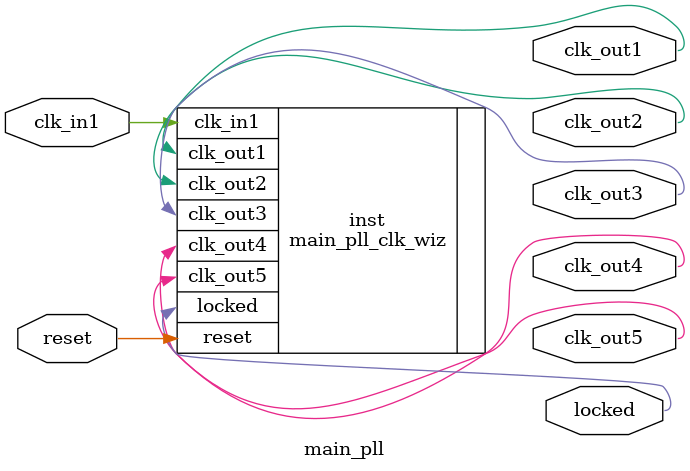
<source format=v>


`timescale 1ps/1ps

(* CORE_GENERATION_INFO = "main_pll,clk_wiz_v6_0_3_0_0,{component_name=main_pll,use_phase_alignment=true,use_min_o_jitter=false,use_max_i_jitter=false,use_dyn_phase_shift=false,use_inclk_switchover=false,use_dyn_reconfig=false,enable_axi=0,feedback_source=FDBK_AUTO,PRIMITIVE=MMCM,num_out_clk=5,clkin1_period=25.000,clkin2_period=10.0,use_power_down=false,use_reset=true,use_locked=true,use_inclk_stopped=false,feedback_type=SINGLE,CLOCK_MGR_TYPE=NA,manual_override=false}" *)

module main_pll 
 (
  // Clock out ports
  output        clk_out1,
  output        clk_out2,
  output        clk_out3,
  output        clk_out4,
  output        clk_out5,
  // Status and control signals
  input         reset,
  output        locked,
 // Clock in ports
  input         clk_in1
 );

  main_pll_clk_wiz inst
  (
  // Clock out ports  
  .clk_out1(clk_out1),
  .clk_out2(clk_out2),
  .clk_out3(clk_out3),
  .clk_out4(clk_out4),
  .clk_out5(clk_out5),
  // Status and control signals               
  .reset(reset), 
  .locked(locked),
 // Clock in ports
  .clk_in1(clk_in1)
  );

endmodule

</source>
